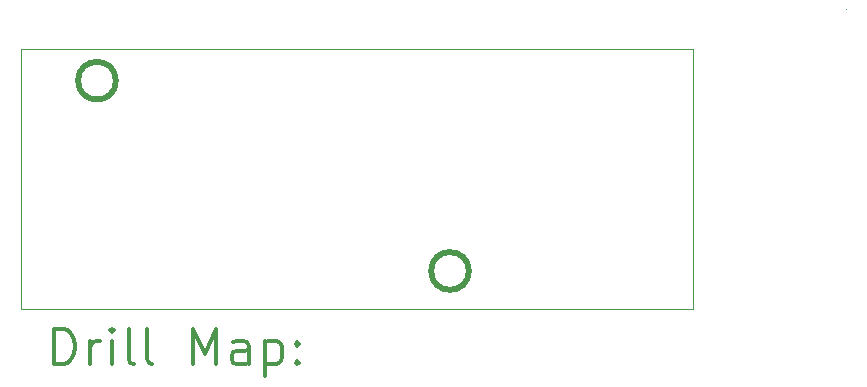
<source format=gbr>
%FSLAX45Y45*%
G04 Gerber Fmt 4.5, Leading zero omitted, Abs format (unit mm)*
G04 Created by KiCad (PCBNEW (5.1.2)-2) date 2020-12-09 13:32:42*
%MOMM*%
%LPD*%
G04 APERTURE LIST*
%ADD10C,0.500000*%
%ADD11C,0.100000*%
%ADD12C,0.050000*%
%ADD13C,0.200000*%
%ADD14C,0.300000*%
G04 APERTURE END LIST*
D10*
X12679660Y-6666484D02*
G75*
G03X12679660Y-6666484I-160000J0D01*
G01*
X9691096Y-5055128D02*
G75*
G03X9691096Y-5055128I-160000J0D01*
G01*
D11*
X8890000Y-4787900D02*
X8890000Y-6985000D01*
X14579600Y-4787900D02*
X8890000Y-4787900D01*
X14579600Y-6985000D02*
X14579600Y-4787900D01*
X8890000Y-6985000D02*
X14579600Y-6985000D01*
D12*
X15875000Y-4451350D02*
X15875000Y-4451350D01*
D13*
D14*
X9171428Y-7455714D02*
X9171428Y-7155714D01*
X9242857Y-7155714D01*
X9285714Y-7170000D01*
X9314286Y-7198571D01*
X9328571Y-7227143D01*
X9342857Y-7284286D01*
X9342857Y-7327143D01*
X9328571Y-7384286D01*
X9314286Y-7412857D01*
X9285714Y-7441429D01*
X9242857Y-7455714D01*
X9171428Y-7455714D01*
X9471428Y-7455714D02*
X9471428Y-7255714D01*
X9471428Y-7312857D02*
X9485714Y-7284286D01*
X9500000Y-7270000D01*
X9528571Y-7255714D01*
X9557143Y-7255714D01*
X9657143Y-7455714D02*
X9657143Y-7255714D01*
X9657143Y-7155714D02*
X9642857Y-7170000D01*
X9657143Y-7184286D01*
X9671428Y-7170000D01*
X9657143Y-7155714D01*
X9657143Y-7184286D01*
X9842857Y-7455714D02*
X9814286Y-7441429D01*
X9800000Y-7412857D01*
X9800000Y-7155714D01*
X10000000Y-7455714D02*
X9971428Y-7441429D01*
X9957143Y-7412857D01*
X9957143Y-7155714D01*
X10342857Y-7455714D02*
X10342857Y-7155714D01*
X10442857Y-7370000D01*
X10542857Y-7155714D01*
X10542857Y-7455714D01*
X10814286Y-7455714D02*
X10814286Y-7298571D01*
X10800000Y-7270000D01*
X10771428Y-7255714D01*
X10714286Y-7255714D01*
X10685714Y-7270000D01*
X10814286Y-7441429D02*
X10785714Y-7455714D01*
X10714286Y-7455714D01*
X10685714Y-7441429D01*
X10671428Y-7412857D01*
X10671428Y-7384286D01*
X10685714Y-7355714D01*
X10714286Y-7341429D01*
X10785714Y-7341429D01*
X10814286Y-7327143D01*
X10957143Y-7255714D02*
X10957143Y-7555714D01*
X10957143Y-7270000D02*
X10985714Y-7255714D01*
X11042857Y-7255714D01*
X11071428Y-7270000D01*
X11085714Y-7284286D01*
X11100000Y-7312857D01*
X11100000Y-7398571D01*
X11085714Y-7427143D01*
X11071428Y-7441429D01*
X11042857Y-7455714D01*
X10985714Y-7455714D01*
X10957143Y-7441429D01*
X11228571Y-7427143D02*
X11242857Y-7441429D01*
X11228571Y-7455714D01*
X11214286Y-7441429D01*
X11228571Y-7427143D01*
X11228571Y-7455714D01*
X11228571Y-7270000D02*
X11242857Y-7284286D01*
X11228571Y-7298571D01*
X11214286Y-7284286D01*
X11228571Y-7270000D01*
X11228571Y-7298571D01*
M02*

</source>
